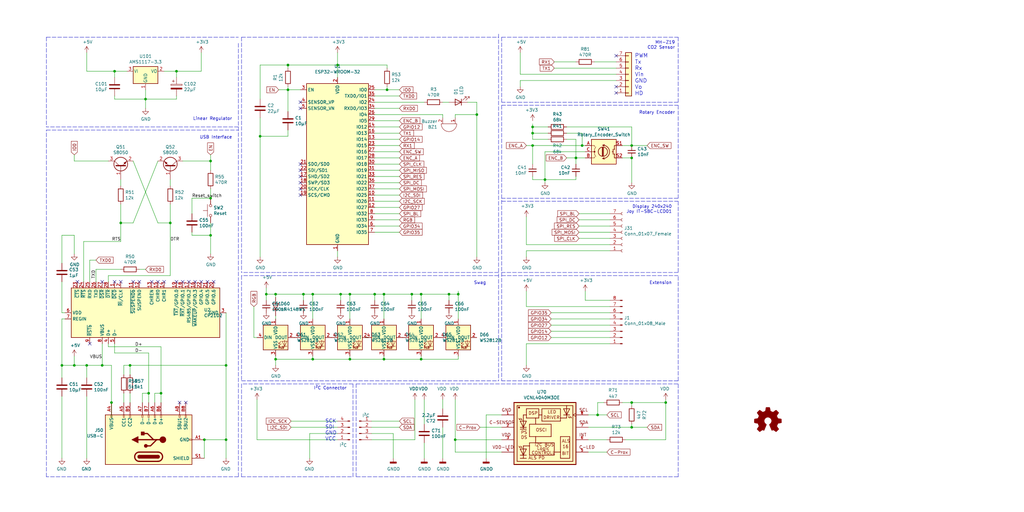
<source format=kicad_sch>
(kicad_sch (version 20211123) (generator eeschema)
  (paper "User" 419.989 210.007)
  (junction (at 143.51 120.65))
  (junction (at 273.05 165.1))
  (junction (at 259.08 59.69))
  (junction (at 143.51 147.32))
  (junction (at 128.27 147.32))
  (junction (at 30.48 149.86))
  (junction (at 118.11 26.67))
  (junction (at 113.03 120.65))
  (junction (at 157.48 120.65))
  (junction (at 49.53 91.44))
  (junction (at 124.46 120.65))
  (junction (at 109.22 120.65))
  (junction (at 46.99 29.21))
  (junction (at 245.11 170.18))
  (junction (at 25.4 149.86))
  (junction (at 139.7 120.65))
  (junction (at 59.69 40.64))
  (junction (at 236.22 64.77))
  (junction (at 218.44 54.61))
  (junction (at 153.67 120.65))
  (junction (at 69.85 91.44))
  (junction (at 218.44 52.07))
  (junction (at 187.96 120.65))
  (junction (at 186.69 180.34))
  (junction (at 86.36 96.52))
  (junction (at 41.91 149.86))
  (junction (at 118.11 36.83))
  (junction (at 223.52 73.66))
  (junction (at 128.27 120.65))
  (junction (at 195.58 46.99))
  (junction (at 172.72 120.65))
  (junction (at 259.08 165.1))
  (junction (at 172.72 147.32))
  (junction (at 259.08 175.26))
  (junction (at 45.72 165.1))
  (junction (at 168.91 120.65))
  (junction (at 72.39 29.21))
  (junction (at 53.34 149.86))
  (junction (at 92.71 149.86))
  (junction (at 259.08 64.77))
  (junction (at 66.04 161.29))
  (junction (at 106.68 55.88))
  (junction (at 83.82 180.34))
  (junction (at 158.75 36.83))
  (junction (at 92.71 180.34))
  (junction (at 138.43 26.67))
  (junction (at 113.03 147.32))
  (junction (at 218.44 59.69))
  (junction (at 157.48 147.32))
  (junction (at 86.36 81.28))
  (junction (at 238.76 59.69))
  (junction (at 86.36 66.04))
  (junction (at 60.96 161.29))
  (junction (at 35.56 149.86))
  (junction (at 184.15 120.65))
  (no_connect (at 123.19 77.47))
  (no_connect (at 252.73 38.1))
  (no_connect (at 36.83 140.97))
  (no_connect (at 252.73 22.86))
  (no_connect (at 41.91 115.57))
  (no_connect (at 73.66 165.1))
  (no_connect (at 31.75 115.57))
  (no_connect (at 123.19 69.85))
  (no_connect (at 123.19 72.39))
  (no_connect (at 62.23 115.57))
  (no_connect (at 80.01 115.57))
  (no_connect (at 123.19 44.45))
  (no_connect (at 74.93 115.57))
  (no_connect (at 123.19 67.31))
  (no_connect (at 123.19 74.93))
  (no_connect (at 64.77 115.57))
  (no_connect (at 123.19 80.01))
  (no_connect (at 67.31 115.57))
  (no_connect (at 57.15 115.57))
  (no_connect (at 77.47 115.57))
  (no_connect (at 85.09 115.57))
  (no_connect (at 76.2 165.1))
  (no_connect (at 87.63 115.57))
  (no_connect (at 72.39 115.57))
  (no_connect (at 82.55 115.57))
  (no_connect (at 46.99 115.57))
  (no_connect (at 123.19 41.91))
  (no_connect (at 54.61 115.57))
  (no_connect (at 252.73 35.56))
  (no_connect (at 49.53 115.57))
  (wire (pts (xy 30.48 66.04) (xy 44.45 66.04)))
  (wire (pts (xy 59.69 40.64) (xy 59.69 44.45)))
  (wire (pts (xy 36.83 106.68) (xy 36.83 115.57)))
  (wire (pts (xy 64.77 66.04) (xy 54.61 91.44)))
  (wire (pts (xy 247.65 165.1) (xy 245.11 165.1)))
  (wire (pts (xy 163.83 67.31) (xy 153.67 67.31)))
  (wire (pts (xy 259.08 175.26) (xy 241.3 175.26)))
  (polyline (pts (xy 278.13 111.76) (xy 205.74 111.76)))
  (wire (pts (xy 104.14 125.73) (xy 104.14 138.43)))
  (wire (pts (xy 72.39 39.37) (xy 72.39 40.64)))
  (wire (pts (xy 161.29 177.8) (xy 161.29 187.96)))
  (wire (pts (xy 46.99 39.37) (xy 46.99 40.64)))
  (wire (pts (xy 128.27 147.32) (xy 128.27 146.05)))
  (wire (pts (xy 163.83 69.85) (xy 153.67 69.85)))
  (wire (pts (xy 250.19 100.33) (xy 215.9 100.33)))
  (wire (pts (xy 163.83 64.77) (xy 153.67 64.77)))
  (wire (pts (xy 259.08 59.69) (xy 265.43 59.69)))
  (wire (pts (xy 158.75 36.83) (xy 163.83 36.83)))
  (wire (pts (xy 60.96 144.78) (xy 46.99 144.78)))
  (wire (pts (xy 232.41 57.15) (xy 236.22 57.15)))
  (wire (pts (xy 72.39 29.21) (xy 72.39 31.75)))
  (wire (pts (xy 57.15 110.49) (xy 59.69 110.49)))
  (wire (pts (xy 59.69 40.64) (xy 59.69 36.83)))
  (polyline (pts (xy 144.78 157.48) (xy 99.06 157.48)))
  (wire (pts (xy 123.19 36.83) (xy 118.11 36.83)))
  (wire (pts (xy 34.29 99.06) (xy 49.53 99.06)))
  (wire (pts (xy 69.85 73.66) (xy 69.85 76.2)))
  (wire (pts (xy 106.68 26.67) (xy 106.68 40.64)))
  (wire (pts (xy 86.36 81.28) (xy 86.36 77.47)))
  (wire (pts (xy 46.99 31.75) (xy 46.99 29.21)))
  (wire (pts (xy 186.69 180.34) (xy 186.69 185.42)))
  (polyline (pts (xy 146.05 157.48) (xy 278.13 157.48)))
  (wire (pts (xy 168.91 123.19) (xy 168.91 120.65)))
  (wire (pts (xy 49.53 99.06) (xy 49.53 91.44)))
  (wire (pts (xy 215.9 59.69) (xy 218.44 59.69)))
  (wire (pts (xy 138.43 21.59) (xy 138.43 26.67)))
  (wire (pts (xy 186.69 163.83) (xy 186.69 180.34)))
  (wire (pts (xy 109.22 120.65) (xy 113.03 120.65)))
  (wire (pts (xy 255.27 59.69) (xy 259.08 59.69)))
  (wire (pts (xy 50.8 153.67) (xy 50.8 149.86)))
  (wire (pts (xy 152.4 177.8) (xy 161.29 177.8)))
  (wire (pts (xy 223.52 73.66) (xy 223.52 62.23)))
  (wire (pts (xy 236.22 67.31) (xy 236.22 64.77)))
  (polyline (pts (xy 204.47 113.03) (xy 99.06 113.03)))
  (wire (pts (xy 138.43 26.67) (xy 158.75 26.67)))
  (wire (pts (xy 181.61 48.26) (xy 181.61 46.99)))
  (wire (pts (xy 45.72 165.1) (xy 45.72 171.45)))
  (wire (pts (xy 109.22 118.11) (xy 109.22 120.65)))
  (wire (pts (xy 128.27 147.32) (xy 143.51 147.32)))
  (wire (pts (xy 237.49 90.17) (xy 250.19 90.17)))
  (wire (pts (xy 163.83 59.69) (xy 153.67 59.69)))
  (wire (pts (xy 218.44 72.39) (xy 218.44 73.66)))
  (wire (pts (xy 213.36 33.02) (xy 252.73 33.02)))
  (wire (pts (xy 128.27 120.65) (xy 128.27 130.81)))
  (wire (pts (xy 69.85 91.44) (xy 69.85 83.82)))
  (wire (pts (xy 163.83 52.07) (xy 153.67 52.07)))
  (wire (pts (xy 186.69 46.99) (xy 195.58 46.99)))
  (wire (pts (xy 113.03 147.32) (xy 128.27 147.32)))
  (wire (pts (xy 248.92 185.42) (xy 241.3 185.42)))
  (wire (pts (xy 259.08 165.1) (xy 273.05 165.1)))
  (wire (pts (xy 245.11 165.1) (xy 245.11 170.18)))
  (polyline (pts (xy 146.05 195.58) (xy 146.05 157.48)))
  (wire (pts (xy 72.39 40.64) (xy 59.69 40.64)))
  (wire (pts (xy 54.61 91.44) (xy 49.53 91.44)))
  (wire (pts (xy 46.99 29.21) (xy 52.07 29.21)))
  (wire (pts (xy 143.51 147.32) (xy 157.48 147.32)))
  (wire (pts (xy 226.06 135.89) (xy 250.19 135.89)))
  (wire (pts (xy 226.06 138.43) (xy 250.19 138.43)))
  (wire (pts (xy 25.4 96.52) (xy 30.48 96.52)))
  (wire (pts (xy 66.04 161.29) (xy 66.04 165.1)))
  (wire (pts (xy 153.67 39.37) (xy 163.83 39.37)))
  (wire (pts (xy 218.44 59.69) (xy 218.44 67.31)))
  (wire (pts (xy 143.51 147.32) (xy 143.51 146.05)))
  (polyline (pts (xy 278.13 156.21) (xy 278.13 113.03)))
  (wire (pts (xy 238.76 54.61) (xy 238.76 59.69)))
  (wire (pts (xy 226.06 128.27) (xy 250.19 128.27)))
  (wire (pts (xy 152.4 175.26) (xy 163.83 175.26)))
  (wire (pts (xy 236.22 57.15) (xy 236.22 64.77)))
  (wire (pts (xy 104.14 138.43) (xy 105.41 138.43)))
  (polyline (pts (xy 99.06 15.24) (xy 204.47 15.24)))
  (polyline (pts (xy 99.06 15.24) (xy 99.06 111.76)))
  (wire (pts (xy 226.06 133.35) (xy 250.19 133.35)))
  (wire (pts (xy 157.48 120.65) (xy 157.48 130.81)))
  (wire (pts (xy 25.4 130.81) (xy 25.4 149.86)))
  (wire (pts (xy 83.82 180.34) (xy 92.71 180.34)))
  (wire (pts (xy 186.69 48.26) (xy 186.69 46.99)))
  (wire (pts (xy 218.44 57.15) (xy 224.79 57.15)))
  (wire (pts (xy 153.67 123.19) (xy 153.67 120.65)))
  (wire (pts (xy 199.39 187.96) (xy 199.39 170.18)))
  (wire (pts (xy 238.76 59.69) (xy 240.03 59.69)))
  (wire (pts (xy 46.99 40.64) (xy 59.69 40.64)))
  (wire (pts (xy 158.75 35.56) (xy 158.75 36.83)))
  (wire (pts (xy 240.03 119.38) (xy 240.03 123.19)))
  (polyline (pts (xy 19.05 15.24) (xy 97.79 15.24)))
  (polyline (pts (xy 99.06 113.03) (xy 99.06 156.21)))
  (wire (pts (xy 53.34 149.86) (xy 92.71 149.86)))
  (wire (pts (xy 34.29 115.57) (xy 34.29 99.06)))
  (wire (pts (xy 82.55 29.21) (xy 82.55 21.59)))
  (wire (pts (xy 45.72 149.86) (xy 45.72 165.1)))
  (wire (pts (xy 74.93 66.04) (xy 86.36 66.04)))
  (wire (pts (xy 157.48 120.65) (xy 168.91 120.65)))
  (wire (pts (xy 35.56 29.21) (xy 46.99 29.21)))
  (wire (pts (xy 245.11 170.18) (xy 248.92 170.18)))
  (polyline (pts (xy 204.47 111.76) (xy 99.06 111.76)))
  (wire (pts (xy 240.03 123.19) (xy 250.19 123.19)))
  (polyline (pts (xy 19.05 195.58) (xy 19.05 53.34)))
  (polyline (pts (xy 278.13 43.18) (xy 278.13 81.28)))
  (wire (pts (xy 273.05 180.34) (xy 273.05 165.1)))
  (wire (pts (xy 25.4 149.86) (xy 25.4 154.94)))
  (polyline (pts (xy 205.74 15.24) (xy 278.13 15.24)))
  (wire (pts (xy 232.41 64.77) (xy 236.22 64.77)))
  (polyline (pts (xy 99.06 195.58) (xy 144.78 195.58)))
  (wire (pts (xy 35.56 21.59) (xy 35.56 29.21)))
  (wire (pts (xy 223.52 62.23) (xy 240.03 62.23)))
  (wire (pts (xy 143.51 120.65) (xy 153.67 120.65)))
  (wire (pts (xy 218.44 73.66) (xy 223.52 73.66)))
  (wire (pts (xy 273.05 165.1) (xy 273.05 163.83)))
  (wire (pts (xy 118.11 27.94) (xy 118.11 26.67)))
  (wire (pts (xy 118.11 35.56) (xy 118.11 36.83)))
  (wire (pts (xy 163.83 85.09) (xy 153.67 85.09)))
  (wire (pts (xy 138.43 180.34) (xy 105.41 180.34)))
  (wire (pts (xy 259.08 64.77) (xy 259.08 74.93)))
  (wire (pts (xy 157.48 147.32) (xy 157.48 146.05)))
  (wire (pts (xy 92.71 128.27) (xy 92.71 149.86)))
  (wire (pts (xy 241.3 170.18) (xy 245.11 170.18)))
  (wire (pts (xy 72.39 29.21) (xy 82.55 29.21)))
  (wire (pts (xy 218.44 59.69) (xy 238.76 59.69)))
  (wire (pts (xy 25.4 128.27) (xy 26.67 128.27)))
  (wire (pts (xy 226.06 130.81) (xy 250.19 130.81)))
  (wire (pts (xy 26.67 130.81) (xy 25.4 130.81)))
  (wire (pts (xy 106.68 26.67) (xy 118.11 26.67)))
  (wire (pts (xy 41.91 140.97) (xy 41.91 149.86)))
  (wire (pts (xy 187.96 147.32) (xy 187.96 146.05)))
  (wire (pts (xy 118.11 26.67) (xy 138.43 26.67)))
  (wire (pts (xy 218.44 54.61) (xy 218.44 57.15)))
  (wire (pts (xy 163.83 72.39) (xy 153.67 72.39)))
  (wire (pts (xy 41.91 149.86) (xy 45.72 149.86)))
  (polyline (pts (xy 278.13 81.28) (xy 205.74 81.28)))
  (polyline (pts (xy 205.74 43.18) (xy 278.13 43.18)))
  (wire (pts (xy 86.36 66.04) (xy 86.36 69.85)))
  (wire (pts (xy 53.34 165.1) (xy 53.34 161.29)))
  (wire (pts (xy 86.36 96.52) (xy 86.36 104.14)))
  (wire (pts (xy 252.73 30.48) (xy 213.36 30.48)))
  (wire (pts (xy 119.38 172.72) (xy 138.43 172.72)))
  (wire (pts (xy 60.96 144.78) (xy 60.96 161.29)))
  (wire (pts (xy 63.5 161.29) (xy 63.5 165.1)))
  (wire (pts (xy 86.36 63.5) (xy 86.36 66.04)))
  (wire (pts (xy 252.73 25.4) (xy 243.84 25.4)))
  (wire (pts (xy 195.58 46.99) (xy 195.58 105.41)))
  (wire (pts (xy 232.41 54.61) (xy 238.76 54.61)))
  (wire (pts (xy 39.37 110.49) (xy 39.37 115.57)))
  (wire (pts (xy 241.3 180.34) (xy 248.92 180.34)))
  (wire (pts (xy 215.9 100.33) (xy 215.9 88.9)))
  (wire (pts (xy 163.83 92.71) (xy 153.67 92.71)))
  (wire (pts (xy 60.96 165.1) (xy 60.96 161.29)))
  (wire (pts (xy 66.04 161.29) (xy 66.04 142.24)))
  (wire (pts (xy 218.44 54.61) (xy 224.79 54.61)))
  (wire (pts (xy 118.11 55.88) (xy 106.68 55.88)))
  (wire (pts (xy 218.44 50.8) (xy 218.44 52.07)))
  (wire (pts (xy 138.43 31.75) (xy 138.43 26.67)))
  (polyline (pts (xy 97.79 17.78) (xy 97.79 195.58)))
  (polyline (pts (xy 97.79 52.07) (xy 19.05 52.07)))
  (wire (pts (xy 30.48 63.5) (xy 30.48 66.04)))
  (wire (pts (xy 86.36 81.28) (xy 78.74 81.28)))
  (wire (pts (xy 35.56 149.86) (xy 30.48 149.86)))
  (wire (pts (xy 187.96 119.38) (xy 187.96 120.65)))
  (wire (pts (xy 92.71 180.34) (xy 92.71 187.96)))
  (wire (pts (xy 78.74 87.63) (xy 78.74 81.28)))
  (wire (pts (xy 191.77 41.91) (xy 195.58 41.91)))
  (wire (pts (xy 163.83 74.93) (xy 153.67 74.93)))
  (wire (pts (xy 36.83 106.68) (xy 39.37 106.68)))
  (wire (pts (xy 127 177.8) (xy 127 187.96)))
  (wire (pts (xy 259.08 166.37) (xy 259.08 165.1)))
  (polyline (pts (xy 205.74 82.55) (xy 278.13 82.55)))
  (wire (pts (xy 35.56 149.86) (xy 41.91 149.86)))
  (polyline (pts (xy 278.13 157.48) (xy 278.13 195.58)))
  (wire (pts (xy 143.51 120.65) (xy 143.51 130.81)))
  (wire (pts (xy 118.11 53.34) (xy 118.11 55.88)))
  (wire (pts (xy 213.36 21.59) (xy 213.36 30.48)))
  (wire (pts (xy 237.49 92.71) (xy 250.19 92.71)))
  (wire (pts (xy 58.42 161.29) (xy 60.96 161.29)))
  (wire (pts (xy 186.69 185.42) (xy 205.74 185.42)))
  (wire (pts (xy 255.27 64.77) (xy 259.08 64.77)))
  (wire (pts (xy 83.82 180.34) (xy 83.82 187.96)))
  (wire (pts (xy 215.9 105.41) (xy 215.9 102.87)))
  (wire (pts (xy 236.22 73.66) (xy 236.22 72.39)))
  (wire (pts (xy 259.08 52.07) (xy 259.08 59.69)))
  (wire (pts (xy 215.9 125.73) (xy 250.19 125.73)))
  (wire (pts (xy 153.67 41.91) (xy 173.99 41.91)))
  (wire (pts (xy 119.38 175.26) (xy 138.43 175.26)))
  (wire (pts (xy 49.53 73.66) (xy 49.53 76.2)))
  (wire (pts (xy 30.48 104.14) (xy 30.48 96.52)))
  (wire (pts (xy 25.4 115.57) (xy 25.4 128.27)))
  (wire (pts (xy 66.04 142.24) (xy 44.45 142.24)))
  (wire (pts (xy 215.9 140.97) (xy 250.19 140.97)))
  (polyline (pts (xy 204.47 13.97) (xy 204.47 156.21)))
  (wire (pts (xy 153.67 120.65) (xy 157.48 120.65)))
  (wire (pts (xy 63.5 161.29) (xy 66.04 161.29)))
  (wire (pts (xy 128.27 120.65) (xy 139.7 120.65)))
  (wire (pts (xy 69.85 91.44) (xy 69.85 113.03)))
  (wire (pts (xy 113.03 121.92) (xy 113.03 120.65)))
  (polyline (pts (xy 205.74 113.03) (xy 278.13 113.03)))
  (wire (pts (xy 50.8 149.86) (xy 53.34 149.86)))
  (wire (pts (xy 113.03 149.86) (xy 113.03 147.32)))
  (wire (pts (xy 86.36 91.44) (xy 86.36 96.52)))
  (wire (pts (xy 215.9 149.86) (xy 215.9 140.97)))
  (wire (pts (xy 151.13 138.43) (xy 149.86 138.43)))
  (wire (pts (xy 181.61 163.83) (xy 181.61 167.64)))
  (wire (pts (xy 265.43 175.26) (xy 259.08 175.26)))
  (wire (pts (xy 124.46 120.65) (xy 128.27 120.65)))
  (wire (pts (xy 113.03 146.05) (xy 113.03 147.32)))
  (wire (pts (xy 50.8 165.1) (xy 50.8 161.29)))
  (wire (pts (xy 173.99 181.61) (xy 173.99 187.96)))
  (wire (pts (xy 186.69 180.34) (xy 205.74 180.34)))
  (wire (pts (xy 58.42 165.1) (xy 58.42 161.29)))
  (wire (pts (xy 35.56 154.94) (xy 35.56 149.86)))
  (wire (pts (xy 184.15 41.91) (xy 181.61 41.91)))
  (wire (pts (xy 163.83 77.47) (xy 153.67 77.47)))
  (wire (pts (xy 153.67 36.83) (xy 158.75 36.83)))
  (wire (pts (xy 236.22 64.77) (xy 240.03 64.77)))
  (wire (pts (xy 236.22 25.4) (xy 227.33 25.4)))
  (wire (pts (xy 163.83 87.63) (xy 153.67 87.63)))
  (wire (pts (xy 157.48 147.32) (xy 172.72 147.32)))
  (wire (pts (xy 218.44 52.07) (xy 218.44 54.61)))
  (polyline (pts (xy 278.13 41.91) (xy 205.74 41.91)))
  (wire (pts (xy 92.71 149.86) (xy 92.71 180.34)))
  (wire (pts (xy 113.03 120.65) (xy 124.46 120.65)))
  (polyline (pts (xy 205.74 43.18) (xy 205.74 156.21)))
  (wire (pts (xy 168.91 120.65) (xy 172.72 120.65)))
  (wire (pts (xy 255.27 165.1) (xy 259.08 165.1)))
  (wire (pts (xy 35.56 162.56) (xy 35.56 187.96)))
  (wire (pts (xy 173.99 163.83) (xy 173.99 173.99)))
  (wire (pts (xy 237.49 97.79) (xy 250.19 97.79)))
  (wire (pts (xy 25.4 96.52) (xy 25.4 107.95)))
  (wire (pts (xy 139.7 123.19) (xy 139.7 120.65)))
  (wire (pts (xy 53.34 153.67) (xy 53.34 149.86)))
  (wire (pts (xy 105.41 163.83) (xy 105.41 180.34)))
  (wire (pts (xy 223.52 74.93) (xy 223.52 73.66)))
  (wire (pts (xy 139.7 120.65) (xy 143.51 120.65)))
  (wire (pts (xy 106.68 55.88) (xy 106.68 105.41)))
  (wire (pts (xy 181.61 175.26) (xy 181.61 187.96)))
  (wire (pts (xy 259.08 175.26) (xy 259.08 173.99)))
  (wire (pts (xy 237.49 95.25) (xy 250.19 95.25)))
  (wire (pts (xy 172.72 147.32) (xy 172.72 146.05)))
  (polyline (pts (xy 19.05 53.34) (xy 97.79 53.34)))
  (wire (pts (xy 199.39 170.18) (xy 205.74 170.18)))
  (wire (pts (xy 163.83 57.15) (xy 153.67 57.15)))
  (wire (pts (xy 67.31 29.21) (xy 72.39 29.21)))
  (wire (pts (xy 78.74 95.25) (xy 78.74 96.52)))
  (wire (pts (xy 237.49 87.63) (xy 250.19 87.63)))
  (wire (pts (xy 163.83 49.53) (xy 153.67 49.53)))
  (wire (pts (xy 44.45 113.03) (xy 44.45 115.57)))
  (wire (pts (xy 163.83 62.23) (xy 153.67 62.23)))
  (polyline (pts (xy 278.13 195.58) (xy 146.05 195.58)))
  (wire (pts (xy 152.4 172.72) (xy 163.83 172.72)))
  (wire (pts (xy 172.72 120.65) (xy 172.72 130.81)))
  (wire (pts (xy 109.22 123.19) (xy 109.22 120.65)))
  (wire (pts (xy 170.18 180.34) (xy 170.18 163.83)))
  (wire (pts (xy 30.48 146.05) (xy 30.48 149.86)))
  (wire (pts (xy 153.67 80.01) (xy 163.83 80.01)))
  (wire (pts (xy 138.43 177.8) (xy 127 177.8)))
  (wire (pts (xy 213.36 33.02) (xy 213.36 35.56)))
  (wire (pts (xy 113.03 130.81) (xy 113.03 129.54)))
  (wire (pts (xy 54.61 66.04) (xy 64.77 91.44)))
  (wire (pts (xy 163.83 95.25) (xy 153.67 95.25)))
  (polyline (pts (xy 19.05 15.24) (xy 19.05 52.07)))
  (wire (pts (xy 163.83 82.55) (xy 153.67 82.55)))
  (polyline (pts (xy 99.06 156.21) (xy 204.47 156.21)))
  (wire (pts (xy 181.61 46.99) (xy 153.67 46.99)))
  (wire (pts (xy 163.83 90.17) (xy 153.67 90.17)))
  (polyline (pts (xy 144.78 195.58) (xy 144.78 157.48)))
  (wire (pts (xy 124.46 123.19) (xy 124.46 120.65)))
  (wire (pts (xy 195.58 41.91) (xy 195.58 46.99)))
  (polyline (pts (xy 97.79 195.58) (xy 19.05 195.58)))
  (wire (pts (xy 44.45 113.03) (xy 69.85 113.03)))
  (wire (pts (xy 172.72 147.32) (xy 187.96 147.32)))
  (wire (pts (xy 223.52 73.66) (xy 236.22 73.66)))
  (polyline (pts (xy 278.13 82.55) (xy 278.13 111.76)))
  (wire (pts (xy 256.54 180.34) (xy 273.05 180.34)))
  (wire (pts (xy 46.99 144.78) (xy 46.99 140.97)))
  (polyline (pts (xy 278.13 156.21) (xy 205.74 156.21)))
  (wire (pts (xy 172.72 120.65) (xy 184.15 120.65)))
  (wire (pts (xy 232.41 52.07) (xy 259.08 52.07)))
  (polyline (pts (xy 205.74 15.24) (xy 205.74 41.91)))
  (wire (pts (xy 152.4 180.34) (xy 170.18 180.34)))
  (wire (pts (xy 187.96 120.65) (xy 187.96 130.81)))
  (wire (pts (xy 25.4 162.56) (xy 25.4 187.96)))
  (polyline (pts (xy 99.06 157.48) (xy 99.06 195.58)))
  (wire (pts (xy 184.15 123.19) (xy 184.15 120.65)))
  (wire (pts (xy 215.9 119.38) (xy 215.9 125.73)))
  (wire (pts (xy 215.9 102.87) (xy 250.19 102.87)))
  (wire (pts (xy 49.53 91.44) (xy 49.53 83.82)))
  (wire (pts (xy 30.48 149.86) (xy 25.4 149.86)))
  (wire (pts (xy 78.74 96.52) (xy 86.36 96.52)))
  (wire (pts (xy 39.37 110.49) (xy 49.53 110.49)))
  (wire (pts (xy 118.11 36.83) (xy 118.11 45.72)))
  (wire (pts (xy 184.15 120.65) (xy 187.96 120.65)))
  (wire (pts (xy 224.79 52.07) (xy 218.44 52.07)))
  (wire (pts (xy 106.68 48.26) (xy 106.68 55.88)))
  (wire (pts (xy 69.85 91.44) (xy 64.77 91.44)))
  (wire (pts (xy 114.3 36.83) (xy 118.11 36.83)))
  (wire (pts (xy 158.75 27.94) (xy 158.75 26.67)))
  (wire (pts (xy 227.33 27.94) (xy 252.73 27.94)))
  (wire (pts (xy 44.45 142.24) (xy 44.45 140.97)))
  (wire (pts (xy 163.83 54.61) (xy 153.67 54.61)))
  (wire (pts (xy 163.83 44.45) (xy 153.67 44.45)))
  (polyline (pts (xy 278.13 15.24) (xy 278.13 41.91)))
  (wire (pts (xy 138.43 105.41) (xy 138.43 102.87)))
  (wire (pts (xy 196.85 175.26) (xy 205.74 175.26)))
  (text "Display 240x240\nJoy IT-SBC-LCD01" (at 275.59 87.63 180) (effects (font (size 1.27 1.27)) (justify right bottom)))
  (text "PWM\nTx\nRx\nVin\nGND\nVo\nHD" (at 260.35 39.37 0) (effects (font (size 1.6002 1.6002)) (justify left bottom)))
  (text "USB Interface" (at 95.25 57.15 180) (effects (font (size 1.27 1.27)) (justify right bottom)))
  (text "Rotary Encoder" (at 276.86 46.99 180) (effects (font (size 1.27 1.27)) (justify right bottom)))
  (text "MH-Z19\nCO2 Sensor" (at 276.86 20.32 180) (effects (font (size 1.27 1.27)) (justify right bottom)))
  (text "Extension" (at 275.59 116.84 180) (effects (font (size 1.27 1.27)) (justify right bottom)))
  (text "Linear Regulator" (at 95.25 49.53 180) (effects (font (size 1.27 1.27)) (justify right bottom)))
  (text "I²C Connector" (at 142.24 160.02 180) (effects (font (size 1.27 1.27)) (justify right bottom)))
  (text "Swag" (at 199.39 116.84 180) (effects (font (size 1.27 1.27)) (justify right bottom)))
  (text "SCK\nSDI\nGND\nVCC" (at 133.35 180.975 0) (effects (font (size 1.4986 1.4986)) (justify left bottom)))
  (label "Reset_switch" (at 78.74 81.28 0))
  (label "D-" (at 58.42 144.78 180))
  (label "TXD" (at 39.37 114.3 90))
  (label "D+" (at 58.42 142.24 180))
  (label "RTS" (at 49.53 99.06 180))
  (label "DTR" (at 69.85 99.06 0))
  (label "VBUS" (at 41.91 147.32 180))
  (global_label "ENC_SW" (shape input) (at 265.43 59.69 0) (property "Referenzen zwischen Schaltplänen" "${INTERSHEET_REFS}" (effects hide)))
  (global_label "ENC_A" (shape input) (at 163.83 64.77 0) (property "Referenzen zwischen Schaltplänen" "${INTERSHEET_REFS}" (effects hide)))
  (global_label "GPIO27" (shape input) (at 163.83 85.09 0) (property "Referenzen zwischen Schaltplänen" "${INTERSHEET_REFS}" (effects hide)))
  (global_label "EN" (shape input) (at 86.36 63.5 90) (property "Referenzen zwischen Schaltplänen" "${INTERSHEET_REFS}" (effects hide)))
  (global_label "RGB" (shape input) (at 104.14 125.73 90) (property "Referenzen zwischen Schaltplänen" "${INTERSHEET_REFS}" (effects hide)))
  (global_label "ENC_A" (shape input) (at 215.9 59.69 180) (property "Referenzen zwischen Schaltplänen" "${INTERSHEET_REFS}" (effects hide)))
  (global_label "SPI_BL" (shape input) (at 237.49 87.63 180) (property "Referenzen zwischen Schaltplänen" "${INTERSHEET_REFS}" (effects hide)))
  (global_label "SPI_MOSI" (shape input) (at 163.83 77.47 0) (property "Referenzen zwischen Schaltplänen" "${INTERSHEET_REFS}" (effects hide)))
  (global_label "SPI_MOSI" (shape input) (at 237.49 95.25 180) (property "Referenzen zwischen Schaltplänen" "${INTERSHEET_REFS}" (effects hide)))
  (global_label "EN" (shape input) (at 114.3 36.83 180) (property "Referenzen zwischen Schaltplänen" "${INTERSHEET_REFS}" (effects hide)))
  (global_label "SCL" (shape input) (at 163.83 172.72 0) (property "Referenzen zwischen Schaltplänen" "${INTERSHEET_REFS}" (effects hide)))
  (global_label "SPI_RES" (shape input) (at 237.49 92.71 180) (property "Referenzen zwischen Schaltplänen" "${INTERSHEET_REFS}" (effects hide)))
  (global_label "GPIO27" (shape input) (at 226.06 133.35 180) (property "Referenzen zwischen Schaltplänen" "${INTERSHEET_REFS}" (effects hide)))
  (global_label "GPIO34" (shape input) (at 163.83 92.71 0) (property "Referenzen zwischen Schaltplänen" "${INTERSHEET_REFS}" (effects hide)))
  (global_label "IO0" (shape input) (at 30.48 63.5 90) (property "Referenzen zwischen Schaltplänen" "${INTERSHEET_REFS}" (effects hide)))
  (global_label "SPI_MISO" (shape input) (at 163.83 69.85 0) (property "Referenzen zwischen Schaltplänen" "${INTERSHEET_REFS}" (effects hide)))
  (global_label "I2C_SCK" (shape input) (at 119.38 172.72 180) (property "Referenzen zwischen Schaltplänen" "${INTERSHEET_REFS}" (effects hide)))
  (global_label "GPIO34" (shape input) (at 226.06 130.81 180) (property "Referenzen zwischen Schaltplänen" "${INTERSHEET_REFS}" (effects hide)))
  (global_label "C-Prox" (shape input) (at 196.85 175.26 180) (property "Referenzen zwischen Schaltplänen" "${INTERSHEET_REFS}" (effects hide)))
  (global_label "SPI_CLK" (shape input) (at 163.83 67.31 0) (property "Referenzen zwischen Schaltplänen" "${INTERSHEET_REFS}" (effects hide)))
  (global_label "C-Prox" (shape input) (at 248.92 185.42 0) (property "Referenzen zwischen Schaltplänen" "${INTERSHEET_REFS}" (effects hide)))
  (global_label "RX1" (shape input) (at 163.83 59.69 0) (property "Referenzen zwischen Schaltplänen" "${INTERSHEET_REFS}" (effects hide)))
  (global_label "SPI_CLK" (shape input) (at 237.49 97.79 180) (property "Referenzen zwischen Schaltplänen" "${INTERSHEET_REFS}" (effects hide)))
  (global_label "RXD0" (shape input) (at 59.69 110.49 0) (property "Referenzen zwischen Schaltplänen" "${INTERSHEET_REFS}" (effects hide)))
  (global_label "RX1" (shape input) (at 227.33 25.4 180) (property "Referenzen zwischen Schaltplänen" "${INTERSHEET_REFS}" (effects hide)))
  (global_label "SPI_RES" (shape input) (at 163.83 72.39 0) (property "Referenzen zwischen Schaltplänen" "${INTERSHEET_REFS}" (effects hide)))
  (global_label "TXD0" (shape input) (at 163.83 39.37 0) (property "Referenzen zwischen Schaltplänen" "${INTERSHEET_REFS}" (effects hide)))
  (global_label "ENC_B" (shape input) (at 232.41 64.77 180) (property "Referenzen zwischen Schaltplänen" "${INTERSHEET_REFS}" (effects hide)))
  (global_label "TX1" (shape input) (at 227.33 27.94 180) (property "Referenzen zwischen Schaltplänen" "${INTERSHEET_REFS}" (effects hide)))
  (global_label "GPIO14" (shape input) (at 163.83 57.15 0) (property "Referenzen zwischen Schaltplänen" "${INTERSHEET_REFS}" (effects hide)))
  (global_label "TXD0" (shape input) (at 39.37 106.68 0) (property "Referenzen zwischen Schaltplänen" "${INTERSHEET_REFS}" (effects hide)))
  (global_label "SCL" (shape input) (at 248.92 170.18 0) (property "Referenzen zwischen Schaltplänen" "${INTERSHEET_REFS}" (effects hide)))
  (global_label "SDA" (shape input) (at 163.83 175.26 0) (property "Referenzen zwischen Schaltplänen" "${INTERSHEET_REFS}" (effects hide)))
  (global_label "GPIO12" (shape input) (at 163.83 52.07 0) (property "Referenzen zwischen Schaltplänen" "${INTERSHEET_REFS}" (effects hide)))
  (global_label "IO0" (shape input) (at 163.83 36.83 0) (property "Referenzen zwischen Schaltplänen" "${INTERSHEET_REFS}" (effects hide)))
  (global_label "SDA" (shape input) (at 265.43 175.26 0) (property "Referenzen zwischen Schaltplänen" "${INTERSHEET_REFS}" (effects hide)))
  (global_label "ENC_SW" (shape input) (at 163.83 62.23 0) (property "Referenzen zwischen Schaltplänen" "${INTERSHEET_REFS}" (effects hide)))
  (global_label "SPI_BL" (shape input) (at 163.83 87.63 0) (property "Referenzen zwischen Schaltplänen" "${INTERSHEET_REFS}" (effects hide)))
  (global_label "GPIO35" (shape input) (at 163.83 95.25 0) (property "Referenzen zwischen Schaltplänen" "${INTERSHEET_REFS}" (effects hide)))
  (global_label "TX1" (shape input) (at 163.83 54.61 0) (property "Referenzen zwischen Schaltplänen" "${INTERSHEET_REFS}" (effects hide)))
  (global_label "ENC_B" (shape input) (at 163.83 49.53 0) (property "Referenzen zwischen Schaltplänen" "${INTERSHEET_REFS}" (effects hide)))
  (global_label "I2C_SDI" (shape input) (at 119.38 175.26 180) (property "Referenzen zwischen Schaltplänen" "${INTERSHEET_REFS}" (effects hide)))
  (global_label "GPIO14" (shape input) (at 226.06 135.89 180) (property "Referenzen zwischen Schaltplänen" "${INTERSHEET_REFS}" (effects hide)))
  (global_label "GPIO35" (shape input) (at 226.06 128.27 180) (property "Referenzen zwischen Schaltplänen" "${INTERSHEET_REFS}" (effects hide)))
  (global_label "SPI_DC" (shape input) (at 237.49 90.17 180) (property "Referenzen zwischen Schaltplänen" "${INTERSHEET_REFS}" (effects hide)))
  (global_label "I2C_SCK" (shape input) (at 163.83 82.55 0) (property "Referenzen zwischen Schaltplänen" "${INTERSHEET_REFS}" (effects hide)))
  (global_label "SPI_DC" (shape input) (at 163.83 74.93 0) (property "Referenzen zwischen Schaltplänen" "${INTERSHEET_REFS}" (effects hide)))
  (global_label "RGB" (shape input) (at 163.83 90.17 0) (property "Referenzen zwischen Schaltplänen" "${INTERSHEET_REFS}" (effects hide)))
  (global_label "I2C_SDI" (shape input) (at 163.83 80.01 0) (property "Referenzen zwischen Schaltplänen" "${INTERSHEET_REFS}" (effects hide)))
  (global_label "RXD0" (shape input) (at 163.83 44.45 0) (property "Referenzen zwischen Schaltplänen" "${INTERSHEET_REFS}" (effects hide)))
  (global_label "GPIO12" (shape input) (at 226.06 138.43 180) (property "Referenzen zwischen Schaltplänen" "${INTERSHEET_REFS}" (effects hide)))
  (symbol (lib_id "RF_Module:ESP32-WROOM-32") (at 138.43 67.31 0) (unit 1)
    (property "Reference" "U1" (at 138.43 27.1526 0))
    (property "Value" "ESP32-WROOM-32" (at 138.43 29.464 0))
    (property "Footprint" "RF_Module:ESP32-WROOM-32" (effects hide))
    (property "Datasheet" "https://www.espressif.com/sites/default/files/documentation/esp32-wroom-32_datasheet_en.pdf" (effects hide))
  )
  (symbol (lib_id "Device:C") (at 106.68 44.45 0) (unit 1)
    (property "Reference" "C2" (at 109.6772 43.2816 0) (effects (justify left)))
    (property "Value" "22µF" (at 109.6772 45.593 0) (effects (justify left)))
    (property "Footprint" "Capacitor_SMD:C_1210_3225Metric_Pad1.33x2.70mm_HandSolder" (effects hide))
  )
  (symbol (lib_id "power:GND") (at 138.43 105.41 0) (unit 1)
    (property "Reference" "#PWR0103" (effects hide))
    (property "Value" "GND" (at 138.557 109.8042 0))
  )
  (symbol (lib_id "Device:R") (at 118.11 31.75 0) (mirror x) (unit 1)
    (property "Reference" "R1" (at 112.8522 31.75 90))
    (property "Value" "12k" (at 115.1636 31.75 90))
    (property "Footprint" "Resistor_SMD:R_0805_2012Metric_Pad1.20x1.40mm_HandSolder" (effects hide))
  )
  (symbol (lib_id "Device:C") (at 25.4 111.76 0) (unit 1)
    (property "Reference" "C53" (at 28.321 110.5916 0) (effects (justify left)))
    (property "Value" "1µF" (at 28.321 112.903 0) (effects (justify left)))
    (property "Footprint" "Capacitor_SMD:C_0603_1608Metric_Pad1.08x0.95mm_HandSolder" (effects hide))
  )
  (symbol (lib_id "power:+3.3V") (at 138.43 21.59 0) (unit 1)
    (property "Reference" "#PWR0104" (effects hide))
    (property "Value" "+3.3V" (at 138.811 17.1958 0))
  )
  (symbol (lib_id "Device:C_Small") (at 124.46 125.73 0) (unit 1)
    (property "Reference" "C62" (at 126.7968 124.5616 0) (effects (justify left)))
    (property "Value" "100nF" (at 126.7968 126.873 0) (effects (justify left)))
    (property "Footprint" "Capacitor_SMD:C_0603_1608Metric_Pad1.08x0.95mm_HandSolder" (effects hide))
  )
  (symbol (lib_id "power:GND") (at 124.46 128.27 0) (unit 1)
    (property "Reference" "#PWR0121" (effects hide))
    (property "Value" "GND" (at 124.587 132.6642 0))
  )
  (symbol (lib_id "Device:C_Small") (at 139.7 125.73 0) (unit 1)
    (property "Reference" "C63" (at 142.0368 124.5616 0) (effects (justify left)))
    (property "Value" "100nF" (at 142.0368 126.873 0) (effects (justify left)))
    (property "Footprint" "Capacitor_SMD:C_0603_1608Metric_Pad1.08x0.95mm_HandSolder" (effects hide))
  )
  (symbol (lib_id "power:GND") (at 139.7 128.27 0) (unit 1)
    (property "Reference" "#PWR0122" (effects hide))
    (property "Value" "GND" (at 139.827 132.6642 0))
  )
  (symbol (lib_id "power:GND") (at 215.9 105.41 0) (unit 1)
    (property "Reference" "#PWR0102" (effects hide))
    (property "Value" "GND" (at 216.027 109.8042 0))
  )
  (symbol (lib_id "Device:C_Small") (at 153.67 125.73 0) (unit 1)
    (property "Reference" "C64" (at 156.0068 124.5616 0) (effects (justify left)))
    (property "Value" "100nF" (at 156.0068 126.873 0) (effects (justify left)))
    (property "Footprint" "Capacitor_SMD:C_0603_1608Metric_Pad1.08x0.95mm_HandSolder" (effects hide))
  )
  (symbol (lib_id "power:GND") (at 153.67 128.27 0) (unit 1)
    (property "Reference" "#PWR0123" (effects hide))
    (property "Value" "GND" (at 153.797 132.6642 0))
  )
  (symbol (lib_id "Device:C_Small") (at 168.91 125.73 0) (unit 1)
    (property "Reference" "C65" (at 171.2468 124.5616 0) (effects (justify left)))
    (property "Value" "100nF" (at 171.2468 126.873 0) (effects (justify left)))
    (property "Footprint" "Capacitor_SMD:C_0603_1608Metric_Pad1.08x0.95mm_HandSolder" (effects hide))
  )
  (symbol (lib_id "power:GND") (at 168.91 128.27 0) (unit 1)
    (property "Reference" "#PWR0124" (effects hide))
    (property "Value" "GND" (at 169.037 132.6642 0))
  )
  (symbol (lib_id "power:+3.3V") (at 215.9 88.9 0) (unit 1)
    (property "Reference" "#PWR0105" (effects hide))
    (property "Value" "+3.3V" (at 216.281 84.5058 0))
  )
  (symbol (lib_id "Device:C_Small") (at 184.15 125.73 0) (unit 1)
    (property "Reference" "C66" (at 186.4868 124.5616 0) (effects (justify left)))
    (property "Value" "100nF" (at 186.4868 126.873 0) (effects (justify left)))
    (property "Footprint" "Capacitor_SMD:C_0603_1608Metric_Pad1.08x0.95mm_HandSolder" (effects hide))
  )
  (symbol (lib_id "power:GND") (at 184.15 128.27 0) (unit 1)
    (property "Reference" "#PWR0125" (effects hide))
    (property "Value" "GND" (at 184.277 132.6642 0))
  )
  (symbol (lib_id "power:+3.3V") (at 218.44 49.53 0) (mirror y) (unit 1)
    (property "Reference" "#PWR0109" (effects hide))
    (property "Value" "+3.3V" (at 218.059 45.1358 0))
  )
  (symbol (lib_id "Device:R") (at 228.6 54.61 270) (mirror x) (unit 1)
    (property "Reference" "R41" (at 228.6 51.689 90))
    (property "Value" "68k" (effects hide))
    (property "Footprint" "Resistor_SMD:R_0805_2012Metric_Pad1.20x1.40mm_HandSolder" (effects hide))
  )
  (symbol (lib_id "Device:R") (at 228.6 57.15 270) (mirror x) (unit 1)
    (property "Reference" "R42" (at 228.6 59.69 90))
    (property "Value" "68k" (at 228.6 62.23 90))
    (property "Footprint" "Resistor_SMD:R_0805_2012Metric_Pad1.20x1.40mm_HandSolder" (effects hide))
  )
  (symbol (lib_id "power:+5V") (at 213.36 21.59 0) (unit 1)
    (property "Reference" "#PWR0106" (effects hide))
    (property "Value" "+5V" (at 213.741 17.1958 0))
  )
  (symbol (lib_id "power:GND") (at 213.36 35.56 0) (unit 1)
    (property "Reference" "#PWR0107" (effects hide))
    (property "Value" "GND" (at 213.487 39.9542 0))
  )
  (symbol (lib_id "Device:R") (at 228.6 52.07 270) (mirror x) (unit 1)
    (property "Reference" "R43" (at 228.6 46.8122 90))
    (property "Value" "68k" (at 228.6 49.1236 90))
    (property "Footprint" "Resistor_SMD:R_0805_2012Metric_Pad1.20x1.40mm_HandSolder" (effects hide))
  )
  (symbol (lib_id "Device:R") (at 240.03 25.4 270) (unit 1)
    (property "Reference" "R81" (at 240.03 20.1422 90))
    (property "Value" "470R" (at 240.03 22.4536 90))
    (property "Footprint" "Resistor_SMD:R_0805_2012Metric_Pad1.20x1.40mm_HandSolder" (effects hide))
  )
  (symbol (lib_id "power:GND") (at 195.58 105.41 0) (unit 1)
    (property "Reference" "#PWR0137" (effects hide))
    (property "Value" "GND" (at 195.707 109.8042 0))
  )
  (symbol (lib_id "power:GND") (at 113.03 149.86 0) (unit 1)
    (property "Reference" "#PWR0127" (effects hide))
    (property "Value" "GND" (at 113.157 154.2542 0))
  )
  (symbol (lib_id "power:GND") (at 223.52 74.93 0) (unit 1)
    (property "Reference" "#PWR0108" (effects hide))
    (property "Value" "GND" (at 223.647 79.3242 0))
  )
  (symbol (lib_id "power:GND") (at 259.08 74.93 0) (unit 1)
    (property "Reference" "#PWR0116" (effects hide))
    (property "Value" "GND" (at 259.207 79.3242 0))
  )
  (symbol (lib_id "Device:C_Small") (at 259.08 62.23 0) (unit 1)
    (property "Reference" "C43" (at 261.4168 61.0616 0) (effects (justify left)))
    (property "Value" "10nF" (at 261.4168 63.373 0) (effects (justify left)))
    (property "Footprint" "Capacitor_SMD:C_0603_1608Metric_Pad1.08x0.95mm_HandSolder" (effects hide))
  )
  (symbol (lib_id "Device:C_Small") (at 236.22 69.85 0) (unit 1)
    (property "Reference" "C42" (at 233.9086 68.6816 0) (effects (justify right)))
    (property "Value" "10nF" (at 233.9086 70.993 0) (effects (justify right)))
    (property "Footprint" "Capacitor_SMD:C_0603_1608Metric_Pad1.08x0.95mm_HandSolder" (effects hide))
  )
  (symbol (lib_id "Device:C_Small") (at 218.44 69.85 0) (unit 1)
    (property "Reference" "C41" (at 216.1032 68.6816 0) (effects (justify right)))
    (property "Value" "10nF" (at 216.1032 70.993 0) (effects (justify right)))
    (property "Footprint" "Capacitor_SMD:C_0603_1608Metric_Pad1.08x0.95mm_HandSolder" (effects hide))
  )
  (symbol (lib_id "Connector:Conn_01x08_Male") (at 255.27 133.35 180) (unit 1)
    (property "Reference" "J1" (at 255.9812 130.3528 0) (effects (justify right)))
    (property "Value" "Conn_01x08_Male" (at 255.9812 132.6642 0) (effects (justify right)))
    (property "Footprint" "Connector_PinHeader_2.54mm:PinHeader_2x04_P2.54mm_Vertical" (effects hide))
  )
  (symbol (lib_id "Connector:Conn_01x07_Female") (at 255.27 95.25 0) (mirror x) (unit 1)
    (property "Reference" "J31" (at 255.9812 93.5736 0) (effects (justify left)))
    (property "Value" "Conn_01x07_Female" (at 255.9812 95.885 0) (effects (justify left)))
    (property "Footprint" "Connector_PinSocket_2.54mm:PinSocket_1x07_P2.54mm_Vertical" (effects hide))
  )
  (symbol (lib_id "Device:Rotary_Encoder_Switch") (at 247.65 62.23 0) (unit 1)
    (property "Reference" "SW41" (at 247.65 52.9082 0))
    (property "Value" "Rotary_Encoder_Switch" (at 247.65 55.2196 0))
    (property "Footprint" "Fraxinas:Rotary_Encoder_Switched_PEC11R" (effects hide))
  )
  (symbol (lib_id "Connector_Generic:Conn_01x07") (at 257.81 30.48 0) (mirror x) (unit 1)
    (property "Reference" "J81" (effects hide))
    (property "Value" "Conn_01x07" (effects hide))
    (property "Footprint" "Connector_JST:JST_PH_B7B-PH-K_1x07_P2.00mm_Vertical" (effects hide))
  )
  (symbol (lib_id "power:+5V") (at 30.48 146.05 0) (unit 1)
    (property "Reference" "#PWR0101" (effects hide))
    (property "Value" "+5V" (at 30.861 141.6558 0))
  )
  (symbol (lib_id "Device:Buzzer") (at 184.15 50.8 270) (unit 1)
    (property "Reference" "BZ1" (at 179.4002 52.0954 90) (effects (justify right)))
    (property "Value" "Buzzer" (at 179.4002 49.784 90) (effects (justify right)))
    (property "Footprint" "Buzzer_Beeper:Buzzer_Murata_PKMCS0909E4000-R1" (effects hide))
  )
  (symbol (lib_id "LED:WS2812B") (at 113.03 138.43 0) (unit 1)
    (property "Reference" "D61" (at 121.7676 137.2616 0) (effects (justify left)))
    (property "Value" "WS2812B" (at 121.7676 139.573 0) (effects (justify left)))
    (property "Footprint" "LED_SMD:LED_WS2812B_PLCC4_5.0x5.0mm_P3.2mm" (effects hide))
    (property "Datasheet" "https://cdn-shop.adafruit.com/datasheets/WS2812B.pdf" (effects hide))
  )
  (symbol (lib_id "Regulator_Linear:AMS1117-3.3") (at 59.69 29.21 0) (unit 1)
    (property "Reference" "U101" (at 59.69 23.0632 0))
    (property "Value" "AMS1117-3.3" (at 59.69 25.3746 0))
    (property "Footprint" "Package_TO_SOT_SMD:SOT-223-3_TabPin2" (effects hide))
    (property "Datasheet" "http://www.advanced-monolithic.com/pdf/ds1117.pdf" (effects hide))
  )
  (symbol (lib_id "power:GND") (at 215.9 149.86 0) (unit 1)
    (property "Reference" "#PWR0111" (effects hide))
    (property "Value" "GND" (at 216.027 154.2542 0))
  )
  (symbol (lib_id "stmbl:OPEN_HARDWARE_1") (at 314.96 172.72 0) (unit 1)
    (property "Reference" "LOGO1" (effects hide))
    (property "Value" "Logo_Open_Hardware_Small" (effects hide))
    (property "Footprint" "Fraxinas:OSHW-Logo_5.7x6mm_Mask" (effects hide))
  )
  (symbol (lib_id "power:+3.3V") (at 240.03 119.38 0) (unit 1)
    (property "Reference" "#PWR0128" (effects hide))
    (property "Value" "+3.3V" (at 240.411 114.9858 0))
  )
  (symbol (lib_id "power:+5V") (at 215.9 119.38 0) (unit 1)
    (property "Reference" "#PWR0129" (effects hide))
    (property "Value" "+5V" (at 216.281 114.9858 0))
  )
  (symbol (lib_id "Connector:Conn_01x04_Male") (at 143.51 177.8 180) (unit 1)
    (property "Reference" "J70" (effects hide))
    (property "Value" "I²C" (at 140.7668 182.6006 0))
    (property "Footprint" "Connector_PinSocket_2.54mm:PinSocket_1x04_P2.54mm_Vertical" (effects hide))
  )
  (symbol (lib_id "Device:R") (at 259.08 170.18 0) (mirror y) (unit 1)
    (property "Reference" "R72" (at 264.3378 170.18 90))
    (property "Value" "4k7" (at 262.0264 170.18 90))
    (property "Footprint" "Resistor_SMD:R_0805_2012Metric_Pad1.20x1.40mm_HandSolder" (effects hide))
  )
  (symbol (lib_id "Device:R") (at 251.46 165.1 270) (mirror x) (unit 1)
    (property "Reference" "R71" (at 251.46 160.02 90))
    (property "Value" "4k7" (at 251.46 162.56 90))
    (property "Footprint" "Resistor_SMD:R_0805_2012Metric_Pad1.20x1.40mm_HandSolder" (effects hide))
  )
  (symbol (lib_id "power:GND") (at 127 187.96 0) (mirror y) (unit 1)
    (property "Reference" "#PWR0110" (effects hide))
    (property "Value" "GND" (at 126.873 192.3542 0))
  )
  (symbol (lib_id "power:+3.3V") (at 105.41 163.83 0) (mirror y) (unit 1)
    (property "Reference" "#PWR0126" (effects hide))
    (property "Value" "+3.3V" (at 105.029 159.4358 0))
  )
  (symbol (lib_id "Connector:Conn_01x04_Male") (at 147.32 175.26 0) (unit 1)
    (property "Reference" "J71" (effects hide))
    (property "Value" "I²C" (at 150.0632 170.4594 0))
    (property "Footprint" "Connector_PinHeader_2.54mm:PinHeader_1x04_P2.54mm_Vertical" (effects hide))
  )
  (symbol (lib_id "Device:C") (at 181.61 171.45 180) (unit 1)
    (property "Reference" "C72" (at 178.689 172.6184 0) (effects (justify left)))
    (property "Value" "2.2µF" (at 178.689 170.307 0) (effects (justify left)))
    (property "Footprint" "Capacitor_SMD:C_0805_2012Metric_Pad1.18x1.45mm_HandSolder" (effects hide))
  )
  (symbol (lib_id "Device:C") (at 173.99 177.8 0) (unit 1)
    (property "Reference" "C71" (at 176.911 176.6316 0) (effects (justify left)))
    (property "Value" "100nF" (at 176.911 178.943 0) (effects (justify left)))
    (property "Footprint" "Capacitor_SMD:C_0603_1608Metric_Pad1.08x0.95mm_HandSolder" (effects hide))
  )
  (symbol (lib_id "power:GNDD") (at 161.29 187.96 0) (unit 1)
    (property "Reference" "#PWR0130" (effects hide))
    (property "Value" "GNDD" (at 161.417 192.3542 0))
  )
  (symbol (lib_id "VCNL4040M3OE:VCNL4040M3OE") (at 223.52 177.8 0) (unit 1)
    (property "Reference" "U70" (at 222.1992 160.782 0))
    (property "Value" "VCNL4040M3OE" (at 222.1992 163.0934 0))
    (property "Footprint" "VISHAY_VCNL4040_4X2X1.1" (effects hide))
    (property "VOLUME" "MOQ: 2500 pcs" (effects hide))
    (property "TAPE_REEL" "YES" (effects hide))
  )
  (symbol (lib_id "power:GNDD") (at 199.39 187.96 0) (unit 1)
    (property "Reference" "#PWR0131" (effects hide))
    (property "Value" "GNDD" (at 199.517 192.3542 0))
  )
  (symbol (lib_id "power:VDD") (at 273.05 163.83 0) (mirror y) (unit 1)
    (property "Reference" "#PWR0132" (effects hide))
    (property "Value" "VDD" (at 272.669 159.4358 0))
  )
  (symbol (lib_id "power:VDD") (at 186.69 163.83 0) (mirror y) (unit 1)
    (property "Reference" "#PWR0134" (effects hide))
    (property "Value" "VDD" (at 186.309 159.4358 0))
  )
  (symbol (lib_id "power:VDD") (at 181.61 163.83 0) (mirror y) (unit 1)
    (property "Reference" "#PWR0138" (effects hide))
    (property "Value" "VDD" (at 181.229 159.4358 0))
  )
  (symbol (lib_id "power:VDD") (at 173.99 163.83 0) (mirror y) (unit 1)
    (property "Reference" "#PWR0139" (effects hide))
    (property "Value" "VDD" (at 173.609 159.4358 0))
  )
  (symbol (lib_id "power:GNDD") (at 181.61 187.96 0) (unit 1)
    (property "Reference" "#PWR0140" (effects hide))
    (property "Value" "GNDD" (at 181.737 192.3542 0))
  )
  (symbol (lib_id "power:GNDD") (at 173.99 187.96 0) (unit 1)
    (property "Reference" "#PWR0141" (effects hide))
    (property "Value" "GNDD" (at 174.117 192.3542 0))
  )
  (symbol (lib_id "power:VDD") (at 170.18 163.83 0) (mirror y) (unit 1)
    (property "Reference" "#PWR0142" (effects hide))
    (property "Value" "VDD" (at 169.799 159.4358 0))
  )
  (symbol (lib_id "Device:R") (at 252.73 180.34 90) (unit 1)
    (property "Reference" "R73" (at 252.73 175.0822 90))
    (property "Value" "12k" (at 252.73 177.3936 90))
    (property "Footprint" "Resistor_SMD:R_0805_2012Metric_Pad1.20x1.40mm_HandSolder" (effects hide))
  )
  (symbol (lib_id "LED:WS2812B") (at 128.27 138.43 0) (unit 1)
    (property "Reference" "D62" (at 137.0076 137.2616 0) (effects (justify left)))
    (property "Value" "WS2812B" (at 137.0076 139.573 0) (effects (justify left)))
    (property "Footprint" "LED_SMD:LED_WS2812B_PLCC4_5.0x5.0mm_P3.2mm" (effects hide))
    (property "Datasheet" "https://cdn-shop.adafruit.com/datasheets/WS2812B.pdf" (effects hide))
  )
  (symbol (lib_id "LED:WS2812B") (at 143.51 138.43 0) (unit 1)
    (property "Reference" "D63" (at 152.2476 137.2616 0) (effects (justify left)))
    (property "Value" "WS2812B" (at 152.2476 139.573 0) (effects (justify left)))
    (property "Footprint" "LED_SMD:LED_WS2812B_PLCC4_5.0x5.0mm_P3.2mm" (effects hide))
    (property "Datasheet" "https://cdn-shop.adafruit.com/datasheets/WS2812B.pdf" (effects hide))
  )
  (symbol (lib_id "LED:WS2812B") (at 157.48 138.43 0) (unit 1)
    (property "Reference" "D64" (at 166.2176 137.2616 0) (effects (justify left)))
    (property "Value" "WS2812B" (at 166.2176 139.573 0) (effects (justify left)))
    (property "Footprint" "LED_SMD:LED_WS2812B_PLCC4_5.0x5.0mm_P3.2mm" (effects hide))
    (property "Datasheet" "https://cdn-shop.adafruit.com/datasheets/WS2812B.pdf" (effects hide))
  )
  (symbol (lib_id "Device:C_Small") (at 109.22 125.73 0) (unit 1)
    (property "Reference" "C61" (at 111.5568 124.5616 0) (effects (justify left)))
    (property "Value" "100nF" (at 111.5568 126.873 0) (effects (justify left)))
    (property "Footprint" "Capacitor_SMD:C_0603_1608Metric_Pad1.08x0.95mm_HandSolder" (effects hide))
  )
  (symbol (lib_id "power:+5V") (at 109.22 118.11 0) (unit 1)
    (property "Reference" "#PWR0119" (effects hide))
    (property "Value" "+5V" (at 109.601 113.7158 0))
  )
  (symbol (lib_id "power:GND") (at 109.22 128.27 0) (unit 1)
    (property "Reference" "#PWR0120" (effects hide))
    (property "Value" "GND" (at 109.347 132.6642 0))
  )
  (symbol (lib_id "LED:WS2812B") (at 172.72 138.43 0) (unit 1)
    (property "Reference" "D65" (at 181.4576 137.2616 0) (effects (justify left)))
    (property "Value" "WS2812B" (at 181.4576 139.573 0) (effects (justify left)))
    (property "Footprint" "LED_SMD:LED_WS2812B_PLCC4_5.0x5.0mm_P3.2mm" (effects hide))
    (property "Datasheet" "https://cdn-shop.adafruit.com/datasheets/WS2812B.pdf" (effects hide))
  )
  (symbol (lib_id "LED:WS2812B") (at 187.96 138.43 0) (unit 1)
    (property "Reference" "D66" (at 196.6976 137.2616 0) (effects (justify left)))
    (property "Value" "WS2812B" (at 196.6976 139.573 0) (effects (justify left)))
    (property "Footprint" "LED_SMD:LED_WS2812B_PLCC4_5.0x5.0mm_P3.2mm" (effects hide))
    (property "Datasheet" "https://cdn-shop.adafruit.com/datasheets/WS2812B.pdf" (effects hide))
  )
  (symbol (lib_id "Diode:1N4148WS") (at 113.03 125.73 90) (unit 1)
    (property "Reference" "D60" (at 115.062 124.5616 90) (effects (justify right)))
    (property "Value" "1N4148WS" (at 115.062 126.873 90) (effects (justify right)))
    (property "Footprint" "Diode_SMD:D_SOD-323_HandSoldering" (effects hide))
    (property "Datasheet" "https://www.vishay.com/docs/85751/1n4148ws.pdf" (effects hide))
  )
  (symbol (lib_id "Switch:SW_Push") (at 86.36 86.36 90) (unit 1)
    (property "Reference" "SW2" (at 87.5792 85.1916 90) (effects (justify right)))
    (property "Value" "Reset" (at 87.5792 87.503 90) (effects (justify right)))
    (property "Footprint" "Button_Switch_SMD:SW_SPST_B3U-1000P-B" (effects hide))
  )
  (symbol (lib_id "Device:R") (at 86.36 73.66 180) (unit 1)
    (property "Reference" "R55" (at 88.138 72.4916 0) (effects (justify right)))
    (property "Value" "470R" (at 88.138 74.803 0) (effects (justify right)))
    (property "Footprint" "Resistor_SMD:R_0805_2012Metric_Pad1.20x1.40mm_HandSolder" (effects hide))
  )
  (symbol (lib_id "Device:R") (at 158.75 31.75 0) (mirror y) (unit 1)
    (property "Reference" "R53" (at 160.528 30.5816 0) (effects (justify right)))
    (property "Value" "12k" (at 160.528 32.893 0) (effects (justify right)))
    (property "Footprint" "Resistor_SMD:R_0805_2012Metric_Pad1.20x1.40mm_HandSolder" (effects hide))
  )
  (symbol (lib_id "power:GND") (at 30.48 104.14 0) (unit 1)
    (property "Reference" "#PWR0115" (effects hide))
    (property "Value" "GND" (at 30.607 108.5342 0))
  )
  (symbol (lib_id "Interface_USB:CP2102N-A01-GQFN28") (at 59.69 128.27 90) (unit 1)
    (property "Reference" "U2" (at 83.6676 127.1016 90) (effects (justify right)))
    (property "Value" "CP2102" (at 83.6676 129.413 90) (effects (justify right)))
    (property "Footprint" "Fraxinas:CP2102-QFN-28-modified" (effects hide))
    (property "Datasheet" "https://www.silabs.com/documents/public/data-sheets/cp2102.pdf" (effects hide))
  )
  (symbol (lib_id "Device:C") (at 25.4 158.75 0) (unit 1)
    (property "Reference" "C51" (at 28.321 157.5816 0) (effects (justify left)))
    (property "Value" "10µF" (at 28.321 159.893 0) (effects (justify left)))
    (property "Footprint" "Capacitor_SMD:C_0805_2012Metric_Pad1.18x1.45mm_HandSolder" (effects hide))
  )
  (symbol (lib_id "Device:C") (at 35.56 158.75 0) (unit 1)
    (property "Reference" "C52" (at 38.481 157.5816 0) (effects (justify left)))
    (property "Value" "100nF" (at 38.481 159.893 0) (effects (justify left)))
    (property "Footprint" "Capacitor_SMD:C_0603_1608Metric_Pad1.08x0.95mm_HandSolder" (effects hide))
  )
  (symbol (lib_id "Device:C") (at 78.74 91.44 0) (unit 1)
    (property "Reference" "C55" (at 81.661 90.2716 0) (effects (justify left)))
    (property "Value" "100nF" (at 81.661 92.583 0) (effects (justify left)))
    (property "Footprint" "Capacitor_SMD:C_0603_1608Metric_Pad1.08x0.95mm_HandSolder" (effects hide))
  )
  (symbol (lib_id "fraxinas:S8050-SOT23") (at 49.53 68.58 90) (unit 1)
    (property "Reference" "Q51" (at 49.53 60.2488 90))
    (property "Value" "S8050" (at 49.53 62.5602 90))
    (property "Footprint" "Package_TO_SOT_SMD:SOT-23" (effects hide))
    (property "Datasheet" "http://www.unisonic.com.tw/datasheet/S8050.pdf" (effects hide))
  )
  (symbol (lib_id "fraxinas:S8050-SOT23") (at 69.85 68.58 270) (mirror x) (unit 1)
    (property "Reference" "Q52" (at 69.85 60.2488 90))
    (property "Value" "S8050" (at 69.85 62.5602 90))
    (property "Footprint" "Package_TO_SOT_SMD:SOT-23" (effects hide))
    (property "Datasheet" "http://www.unisonic.com.tw/datasheet/S8050.pdf" (effects hide))
  )
  (symbol (lib_id "Device:R") (at 49.53 80.01 0) (unit 1)
    (property "Reference" "R51" (at 51.308 78.8416 0) (effects (justify left)))
    (property "Value" "12k" (at 51.308 81.153 0) (effects (justify left)))
    (property "Footprint" "Resistor_SMD:R_0805_2012Metric_Pad1.20x1.40mm_HandSolder" (effects hide))
  )
  (symbol (lib_id "Device:R") (at 69.85 80.01 0) (unit 1)
    (property "Reference" "R52" (at 71.628 78.8416 0) (effects (justify left)))
    (property "Value" "12k" (at 71.628 81.153 0) (effects (justify left)))
    (property "Footprint" "Resistor_SMD:R_0805_2012Metric_Pad1.20x1.40mm_HandSolder" (effects hide))
  )
  (symbol (lib_id "Connector:USB_C_Receptacle_USB2.0") (at 60.96 180.34 90) (unit 1)
    (property "Reference" "J50" (at 42.4434 176.4538 90) (effects (justify left)))
    (property "Value" "USB-C" (at 42.4434 178.7652 90) (effects (justify left)))
    (property "Footprint" "Connector_USB:USB_C_Receptacle_XKB_U262-16XN-4BVC11" (effects hide))
    (property "Datasheet" "https://www.usb.org/sites/default/files/documents/usb_type-c.zip" (effects hide))
  )
  (symbol (lib_id "power:GND") (at 92.71 187.96 0) (mirror y) (unit 1)
    (property "Reference" "#PWR0112" (effects hide))
    (property "Value" "GND" (at 92.583 192.3542 0))
  )
  (symbol (lib_id "power:GND") (at 25.4 187.96 0) (mirror y) (unit 1)
    (property "Reference" "#PWR0113" (effects hide))
    (property "Value" "GND" (at 25.273 192.3542 0))
  )
  (symbol (lib_id "power:GND") (at 35.56 187.96 0) (mirror y) (unit 1)
    (property "Reference" "#PWR0114" (effects hide))
    (property "Value" "GND" (at 35.433 192.3542 0))
  )
  (symbol (lib_id "Device:R") (at 50.8 157.48 0) (unit 1)
    (property "Reference" "R56" (at 52.578 156.3116 0) (effects (justify left)))
    (property "Value" "5k1" (at 52.578 158.623 0) (effects (justify left)))
    (property "Footprint" "Resistor_SMD:R_0805_2012Metric_Pad1.20x1.40mm_HandSolder" (effects hide))
  )
  (symbol (lib_id "Device:R") (at 53.34 157.48 0) (unit 1)
    (property "Reference" "R57" (at 55.118 156.3116 0) (effects (justify left)))
    (property "Value" "5k1" (at 55.118 158.623 0) (effects (justify left)))
    (property "Footprint" "Resistor_SMD:R_0805_2012Metric_Pad1.20x1.40mm_HandSolder" (effects hide))
  )
  (symbol (lib_id "Device:R") (at 53.34 110.49 270) (unit 1)
    (property "Reference" "R50" (at 53.34 105.2322 90))
    (property "Value" "470R" (at 53.34 107.5436 90))
    (property "Footprint" "Resistor_SMD:R_0805_2012Metric_Pad1.20x1.40mm_HandSolder" (effects hide))
  )
  (symbol (lib_id "power:GND") (at 106.68 105.41 0) (unit 1)
    (property "Reference" "#PWR0117" (effects hide))
    (property "Value" "GND" (at 106.807 109.8042 0))
  )
  (symbol (lib_id "Device:C") (at 118.11 49.53 0) (unit 1)
    (property "Reference" "C1" (at 121.031 48.3616 0) (effects (justify left)))
    (property "Value" "10µF" (at 121.031 50.673 0) (effects (justify left)))
    (property "Footprint" "Capacitor_SMD:C_0805_2012Metric_Pad1.18x1.45mm_HandSolder" (effects hide))
  )
  (symbol (lib_id "power:GND") (at 86.36 104.14 0) (unit 1)
    (property "Reference" "#PWR0118" (effects hide))
    (property "Value" "GND" (at 86.487 108.5342 0))
  )
  (symbol (lib_id "Device:LED") (at 187.96 41.91 180) (unit 1)
    (property "Reference" "D1" (at 186.9694 38.9128 90) (effects (justify right)))
    (property "Value" "LED" (at 189.2808 38.9128 90) (effects (justify right)))
    (property "Footprint" "LED_SMD:LED_0805_2012Metric_Pad1.15x1.40mm_HandSolder" (effects hide))
  )
  (symbol (lib_id "Device:R") (at 177.8 41.91 270) (unit 1)
    (property "Reference" "R3" (at 177.8 36.6522 90))
    (property "Value" "470R" (at 177.8 38.9636 90))
    (property "Footprint" "Resistor_SMD:R_0805_2012Metric_Pad1.20x1.40mm_HandSolder" (effects hide))
  )
  (symbol (lib_id "Device:C") (at 46.99 35.56 0) (unit 1)
    (property "Reference" "C101" (at 44.0944 34.3916 0) (effects (justify right)))
    (property "Value" "10µF" (at 44.0944 36.703 0) (effects (justify right)))
    (property "Footprint" "Capacitor_SMD:C_0805_2012Metric_Pad1.18x1.45mm_HandSolder" (effects hide))
  )
  (symbol (lib_id "power:GND") (at 59.69 44.45 0) (unit 1)
    (property "Reference" "#PWR0133" (effects hide))
    (property "Value" "GND" (at 59.817 48.8442 0))
  )
  (symbol (lib_id "Device:CP") (at 72.39 35.56 0) (unit 1)
    (property "Reference" "C102" (at 75.3872 34.3916 0) (effects (justify left)))
    (property "Value" "22µF" (at 75.3872 36.703 0) (effects (justify left)))
    (property "Footprint" "Capacitor_SMD:CP_Elec_4x5.3" (effects hide))
  )
  (symbol (lib_id "power:+3.3V") (at 82.55 21.59 0) (unit 1)
    (property "Reference" "#PWR0135" (effects hide))
    (property "Value" "+3.3V" (at 82.931 17.1958 0))
  )
  (symbol (lib_id "power:+5V") (at 35.56 21.59 0) (unit 1)
    (property "Reference" "#PWR0136" (effects hide))
    (property "Value" "+5V" (at 35.941 17.1958 0))
  )
)
</source>
